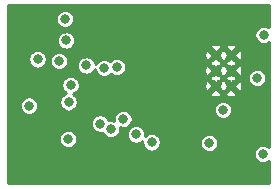
<source format=gbr>
G04 #@! TF.GenerationSoftware,KiCad,Pcbnew,(5.1.6)-1*
G04 #@! TF.CreationDate,2021-01-08T10:20:39+01:00*
G04 #@! TF.ProjectId,Lokdecoder_TI_altQuartz,4c6f6b64-6563-46f6-9465-725f54495f61,rev?*
G04 #@! TF.SameCoordinates,Original*
G04 #@! TF.FileFunction,Copper,L3,Inr*
G04 #@! TF.FilePolarity,Positive*
%FSLAX46Y46*%
G04 Gerber Fmt 4.6, Leading zero omitted, Abs format (unit mm)*
G04 Created by KiCad (PCBNEW (5.1.6)-1) date 2021-01-08 10:20:39*
%MOMM*%
%LPD*%
G01*
G04 APERTURE LIST*
G04 #@! TA.AperFunction,ViaPad*
%ADD10C,0.630000*%
G04 #@! TD*
G04 #@! TA.AperFunction,ViaPad*
%ADD11C,0.800000*%
G04 #@! TD*
G04 #@! TA.AperFunction,Conductor*
%ADD12C,0.254000*%
G04 #@! TD*
G04 APERTURE END LIST*
D10*
X65598000Y-108682000D03*
X65598000Y-109982000D03*
X66898000Y-109982000D03*
X66898000Y-108682000D03*
X65598000Y-111282000D03*
X66898000Y-111282000D03*
D11*
X50469800Y-107670600D03*
X49513159Y-118888841D03*
X50317400Y-111125000D03*
X53150002Y-109905800D03*
X54686200Y-113309400D03*
X57300342Y-118588764D03*
X60274200Y-104876600D03*
X55448200Y-110587798D03*
X53822600Y-105943400D03*
X49802215Y-112962039D03*
X56159400Y-109753400D03*
X57785000Y-114071400D03*
X65058982Y-116112982D03*
X57226200Y-109702600D03*
X54656439Y-109554148D03*
X69590002Y-117053400D03*
X56718200Y-114940999D03*
X66217800Y-113309400D03*
X53122668Y-115795033D03*
X60172600Y-116066000D03*
X58849998Y-115390998D03*
X55803800Y-114477800D03*
X52857400Y-105632458D03*
X52950315Y-107442000D03*
X52330064Y-109168798D03*
X50528902Y-109038591D03*
X53314600Y-111212800D03*
X53150002Y-112677843D03*
X69123000Y-110617000D03*
X69672200Y-106959400D03*
D12*
G36*
X70129801Y-106325858D02*
G01*
X70042142Y-106267287D01*
X69900009Y-106208413D01*
X69749122Y-106178400D01*
X69595278Y-106178400D01*
X69444391Y-106208413D01*
X69302258Y-106267287D01*
X69174341Y-106352758D01*
X69065558Y-106461541D01*
X68980087Y-106589458D01*
X68921213Y-106731591D01*
X68891200Y-106882478D01*
X68891200Y-107036322D01*
X68921213Y-107187209D01*
X68980087Y-107329342D01*
X69065558Y-107457259D01*
X69174341Y-107566042D01*
X69302258Y-107651513D01*
X69444391Y-107710387D01*
X69595278Y-107740400D01*
X69749122Y-107740400D01*
X69900009Y-107710387D01*
X70042142Y-107651513D01*
X70129801Y-107592942D01*
X70129800Y-116488697D01*
X70087861Y-116446758D01*
X69959944Y-116361287D01*
X69817811Y-116302413D01*
X69666924Y-116272400D01*
X69513080Y-116272400D01*
X69362193Y-116302413D01*
X69220060Y-116361287D01*
X69092143Y-116446758D01*
X68983360Y-116555541D01*
X68897889Y-116683458D01*
X68839015Y-116825591D01*
X68809002Y-116976478D01*
X68809002Y-117130322D01*
X68839015Y-117281209D01*
X68897889Y-117423342D01*
X68983360Y-117551259D01*
X69092143Y-117660042D01*
X69220060Y-117745513D01*
X69362193Y-117804387D01*
X69513080Y-117834400D01*
X69666924Y-117834400D01*
X69817811Y-117804387D01*
X69959944Y-117745513D01*
X70087861Y-117660042D01*
X70129800Y-117618103D01*
X70129800Y-119507400D01*
X48031000Y-119507400D01*
X48031000Y-115718111D01*
X52341668Y-115718111D01*
X52341668Y-115871955D01*
X52371681Y-116022842D01*
X52430555Y-116164975D01*
X52516026Y-116292892D01*
X52624809Y-116401675D01*
X52752726Y-116487146D01*
X52894859Y-116546020D01*
X53045746Y-116576033D01*
X53199590Y-116576033D01*
X53350477Y-116546020D01*
X53492610Y-116487146D01*
X53620527Y-116401675D01*
X53729310Y-116292892D01*
X53814781Y-116164975D01*
X53873655Y-116022842D01*
X53903668Y-115871955D01*
X53903668Y-115718111D01*
X53873655Y-115567224D01*
X53814781Y-115425091D01*
X53729310Y-115297174D01*
X53620527Y-115188391D01*
X53492610Y-115102920D01*
X53350477Y-115044046D01*
X53199590Y-115014033D01*
X53045746Y-115014033D01*
X52894859Y-115044046D01*
X52752726Y-115102920D01*
X52624809Y-115188391D01*
X52516026Y-115297174D01*
X52430555Y-115425091D01*
X52371681Y-115567224D01*
X52341668Y-115718111D01*
X48031000Y-115718111D01*
X48031000Y-114400878D01*
X55022800Y-114400878D01*
X55022800Y-114554722D01*
X55052813Y-114705609D01*
X55111687Y-114847742D01*
X55197158Y-114975659D01*
X55305941Y-115084442D01*
X55433858Y-115169913D01*
X55575991Y-115228787D01*
X55726878Y-115258800D01*
X55880722Y-115258800D01*
X55995068Y-115236055D01*
X56026087Y-115310941D01*
X56111558Y-115438858D01*
X56220341Y-115547641D01*
X56348258Y-115633112D01*
X56490391Y-115691986D01*
X56641278Y-115721999D01*
X56795122Y-115721999D01*
X56946009Y-115691986D01*
X57088142Y-115633112D01*
X57216059Y-115547641D01*
X57324842Y-115438858D01*
X57408218Y-115314076D01*
X58068998Y-115314076D01*
X58068998Y-115467920D01*
X58099011Y-115618807D01*
X58157885Y-115760940D01*
X58243356Y-115888857D01*
X58352139Y-115997640D01*
X58480056Y-116083111D01*
X58622189Y-116141985D01*
X58773076Y-116171998D01*
X58926920Y-116171998D01*
X59077807Y-116141985D01*
X59219940Y-116083111D01*
X59347857Y-115997640D01*
X59400335Y-115945162D01*
X59391600Y-115989078D01*
X59391600Y-116142922D01*
X59421613Y-116293809D01*
X59480487Y-116435942D01*
X59565958Y-116563859D01*
X59674741Y-116672642D01*
X59802658Y-116758113D01*
X59944791Y-116816987D01*
X60095678Y-116847000D01*
X60249522Y-116847000D01*
X60400409Y-116816987D01*
X60542542Y-116758113D01*
X60670459Y-116672642D01*
X60779242Y-116563859D01*
X60864713Y-116435942D01*
X60923587Y-116293809D01*
X60953600Y-116142922D01*
X60953600Y-116036060D01*
X64277982Y-116036060D01*
X64277982Y-116189904D01*
X64307995Y-116340791D01*
X64366869Y-116482924D01*
X64452340Y-116610841D01*
X64561123Y-116719624D01*
X64689040Y-116805095D01*
X64831173Y-116863969D01*
X64982060Y-116893982D01*
X65135904Y-116893982D01*
X65286791Y-116863969D01*
X65428924Y-116805095D01*
X65556841Y-116719624D01*
X65665624Y-116610841D01*
X65751095Y-116482924D01*
X65809969Y-116340791D01*
X65839982Y-116189904D01*
X65839982Y-116036060D01*
X65809969Y-115885173D01*
X65751095Y-115743040D01*
X65665624Y-115615123D01*
X65556841Y-115506340D01*
X65428924Y-115420869D01*
X65286791Y-115361995D01*
X65135904Y-115331982D01*
X64982060Y-115331982D01*
X64831173Y-115361995D01*
X64689040Y-115420869D01*
X64561123Y-115506340D01*
X64452340Y-115615123D01*
X64366869Y-115743040D01*
X64307995Y-115885173D01*
X64277982Y-116036060D01*
X60953600Y-116036060D01*
X60953600Y-115989078D01*
X60923587Y-115838191D01*
X60864713Y-115696058D01*
X60779242Y-115568141D01*
X60670459Y-115459358D01*
X60542542Y-115373887D01*
X60400409Y-115315013D01*
X60249522Y-115285000D01*
X60095678Y-115285000D01*
X59944791Y-115315013D01*
X59802658Y-115373887D01*
X59674741Y-115459358D01*
X59622263Y-115511836D01*
X59630998Y-115467920D01*
X59630998Y-115314076D01*
X59600985Y-115163189D01*
X59542111Y-115021056D01*
X59456640Y-114893139D01*
X59347857Y-114784356D01*
X59219940Y-114698885D01*
X59077807Y-114640011D01*
X58926920Y-114609998D01*
X58773076Y-114609998D01*
X58622189Y-114640011D01*
X58480056Y-114698885D01*
X58352139Y-114784356D01*
X58243356Y-114893139D01*
X58157885Y-115021056D01*
X58099011Y-115163189D01*
X58068998Y-115314076D01*
X57408218Y-115314076D01*
X57410313Y-115310941D01*
X57469187Y-115168808D01*
X57499200Y-115017921D01*
X57499200Y-114864077D01*
X57484956Y-114792466D01*
X57557191Y-114822387D01*
X57708078Y-114852400D01*
X57861922Y-114852400D01*
X58012809Y-114822387D01*
X58154942Y-114763513D01*
X58282859Y-114678042D01*
X58391642Y-114569259D01*
X58477113Y-114441342D01*
X58535987Y-114299209D01*
X58566000Y-114148322D01*
X58566000Y-113994478D01*
X58535987Y-113843591D01*
X58477113Y-113701458D01*
X58391642Y-113573541D01*
X58282859Y-113464758D01*
X58154942Y-113379287D01*
X58012809Y-113320413D01*
X57861922Y-113290400D01*
X57708078Y-113290400D01*
X57557191Y-113320413D01*
X57415058Y-113379287D01*
X57287141Y-113464758D01*
X57178358Y-113573541D01*
X57092887Y-113701458D01*
X57034013Y-113843591D01*
X57004000Y-113994478D01*
X57004000Y-114148322D01*
X57018244Y-114219933D01*
X56946009Y-114190012D01*
X56795122Y-114159999D01*
X56641278Y-114159999D01*
X56526932Y-114182744D01*
X56495913Y-114107858D01*
X56410442Y-113979941D01*
X56301659Y-113871158D01*
X56173742Y-113785687D01*
X56031609Y-113726813D01*
X55880722Y-113696800D01*
X55726878Y-113696800D01*
X55575991Y-113726813D01*
X55433858Y-113785687D01*
X55305941Y-113871158D01*
X55197158Y-113979941D01*
X55111687Y-114107858D01*
X55052813Y-114249991D01*
X55022800Y-114400878D01*
X48031000Y-114400878D01*
X48031000Y-112885117D01*
X49021215Y-112885117D01*
X49021215Y-113038961D01*
X49051228Y-113189848D01*
X49110102Y-113331981D01*
X49195573Y-113459898D01*
X49304356Y-113568681D01*
X49432273Y-113654152D01*
X49574406Y-113713026D01*
X49725293Y-113743039D01*
X49879137Y-113743039D01*
X50030024Y-113713026D01*
X50172157Y-113654152D01*
X50300074Y-113568681D01*
X50408857Y-113459898D01*
X50494328Y-113331981D01*
X50553202Y-113189848D01*
X50583215Y-113038961D01*
X50583215Y-112885117D01*
X50553202Y-112734230D01*
X50497984Y-112600921D01*
X52369002Y-112600921D01*
X52369002Y-112754765D01*
X52399015Y-112905652D01*
X52457889Y-113047785D01*
X52543360Y-113175702D01*
X52652143Y-113284485D01*
X52780060Y-113369956D01*
X52922193Y-113428830D01*
X53073080Y-113458843D01*
X53226924Y-113458843D01*
X53377811Y-113428830D01*
X53519944Y-113369956D01*
X53647861Y-113284485D01*
X53699868Y-113232478D01*
X65436800Y-113232478D01*
X65436800Y-113386322D01*
X65466813Y-113537209D01*
X65525687Y-113679342D01*
X65611158Y-113807259D01*
X65719941Y-113916042D01*
X65847858Y-114001513D01*
X65989991Y-114060387D01*
X66140878Y-114090400D01*
X66294722Y-114090400D01*
X66445609Y-114060387D01*
X66587742Y-114001513D01*
X66715659Y-113916042D01*
X66824442Y-113807259D01*
X66909913Y-113679342D01*
X66968787Y-113537209D01*
X66998800Y-113386322D01*
X66998800Y-113232478D01*
X66968787Y-113081591D01*
X66909913Y-112939458D01*
X66824442Y-112811541D01*
X66715659Y-112702758D01*
X66587742Y-112617287D01*
X66445609Y-112558413D01*
X66294722Y-112528400D01*
X66140878Y-112528400D01*
X65989991Y-112558413D01*
X65847858Y-112617287D01*
X65719941Y-112702758D01*
X65611158Y-112811541D01*
X65525687Y-112939458D01*
X65466813Y-113081591D01*
X65436800Y-113232478D01*
X53699868Y-113232478D01*
X53756644Y-113175702D01*
X53842115Y-113047785D01*
X53900989Y-112905652D01*
X53931002Y-112754765D01*
X53931002Y-112600921D01*
X53900989Y-112450034D01*
X53842115Y-112307901D01*
X53756644Y-112179984D01*
X53647861Y-112071201D01*
X53519944Y-111985730D01*
X53491443Y-111973925D01*
X53542409Y-111963787D01*
X53630398Y-111927340D01*
X65132266Y-111927340D01*
X65144635Y-112122069D01*
X65317235Y-112194375D01*
X65500626Y-112231619D01*
X65687758Y-112232369D01*
X65871441Y-112196597D01*
X66044616Y-112125678D01*
X66051365Y-112122069D01*
X66063734Y-111927340D01*
X66432266Y-111927340D01*
X66444635Y-112122069D01*
X66617235Y-112194375D01*
X66800626Y-112231619D01*
X66987758Y-112232369D01*
X67171441Y-112196597D01*
X67344616Y-112125678D01*
X67351365Y-112122069D01*
X67363734Y-111927340D01*
X66898000Y-111461605D01*
X66432266Y-111927340D01*
X66063734Y-111927340D01*
X65598000Y-111461605D01*
X65132266Y-111927340D01*
X53630398Y-111927340D01*
X53684542Y-111904913D01*
X53812459Y-111819442D01*
X53921242Y-111710659D01*
X54006713Y-111582742D01*
X54065587Y-111440609D01*
X54079282Y-111371758D01*
X64647631Y-111371758D01*
X64683403Y-111555441D01*
X64754322Y-111728616D01*
X64757931Y-111735365D01*
X64952660Y-111747734D01*
X65418395Y-111282000D01*
X65777605Y-111282000D01*
X65967044Y-111471438D01*
X65983403Y-111555441D01*
X66054322Y-111728616D01*
X66057931Y-111735365D01*
X66242708Y-111747102D01*
X66243340Y-111747734D01*
X66248000Y-111747438D01*
X66252660Y-111747734D01*
X66253292Y-111747102D01*
X66438069Y-111735365D01*
X66510375Y-111562765D01*
X66528913Y-111471481D01*
X66718395Y-111282000D01*
X67077605Y-111282000D01*
X67543340Y-111747734D01*
X67738069Y-111735365D01*
X67810375Y-111562765D01*
X67847619Y-111379374D01*
X67848369Y-111192242D01*
X67812597Y-111008559D01*
X67741678Y-110835384D01*
X67738069Y-110828635D01*
X67543340Y-110816266D01*
X67077605Y-111282000D01*
X66718395Y-111282000D01*
X66528956Y-111092562D01*
X66512597Y-111008559D01*
X66441678Y-110835384D01*
X66438069Y-110828635D01*
X66253292Y-110816898D01*
X66252660Y-110816266D01*
X66248000Y-110816562D01*
X66243340Y-110816266D01*
X66242708Y-110816898D01*
X66057931Y-110828635D01*
X65985625Y-111001235D01*
X65967087Y-111092519D01*
X65777605Y-111282000D01*
X65418395Y-111282000D01*
X64952660Y-110816266D01*
X64757931Y-110828635D01*
X64685625Y-111001235D01*
X64648381Y-111184626D01*
X64647631Y-111371758D01*
X54079282Y-111371758D01*
X54095600Y-111289722D01*
X54095600Y-111135878D01*
X54065587Y-110984991D01*
X54006713Y-110842858D01*
X53921242Y-110714941D01*
X53833641Y-110627340D01*
X65132266Y-110627340D01*
X65132562Y-110632000D01*
X65132266Y-110636660D01*
X65132898Y-110637292D01*
X65144635Y-110822069D01*
X65317235Y-110894375D01*
X65408519Y-110912913D01*
X65598000Y-111102395D01*
X65787438Y-110912956D01*
X65871441Y-110896597D01*
X66044616Y-110825678D01*
X66051365Y-110822069D01*
X66063102Y-110637292D01*
X66063734Y-110636660D01*
X66063438Y-110632000D01*
X66063734Y-110627340D01*
X66432266Y-110627340D01*
X66432562Y-110632000D01*
X66432266Y-110636660D01*
X66432898Y-110637292D01*
X66444635Y-110822069D01*
X66617235Y-110894375D01*
X66708519Y-110912913D01*
X66898000Y-111102395D01*
X67087438Y-110912956D01*
X67171441Y-110896597D01*
X67344616Y-110825678D01*
X67351365Y-110822069D01*
X67363102Y-110637292D01*
X67363734Y-110636660D01*
X67363438Y-110632000D01*
X67363734Y-110627340D01*
X67363102Y-110626708D01*
X67357600Y-110540078D01*
X68342000Y-110540078D01*
X68342000Y-110693922D01*
X68372013Y-110844809D01*
X68430887Y-110986942D01*
X68516358Y-111114859D01*
X68625141Y-111223642D01*
X68753058Y-111309113D01*
X68895191Y-111367987D01*
X69046078Y-111398000D01*
X69199922Y-111398000D01*
X69350809Y-111367987D01*
X69492942Y-111309113D01*
X69620859Y-111223642D01*
X69729642Y-111114859D01*
X69815113Y-110986942D01*
X69873987Y-110844809D01*
X69904000Y-110693922D01*
X69904000Y-110540078D01*
X69873987Y-110389191D01*
X69815113Y-110247058D01*
X69729642Y-110119141D01*
X69620859Y-110010358D01*
X69492942Y-109924887D01*
X69350809Y-109866013D01*
X69199922Y-109836000D01*
X69046078Y-109836000D01*
X68895191Y-109866013D01*
X68753058Y-109924887D01*
X68625141Y-110010358D01*
X68516358Y-110119141D01*
X68430887Y-110247058D01*
X68372013Y-110389191D01*
X68342000Y-110540078D01*
X67357600Y-110540078D01*
X67351365Y-110441931D01*
X67178765Y-110369625D01*
X67087481Y-110351087D01*
X66898000Y-110161605D01*
X66708562Y-110351044D01*
X66624559Y-110367403D01*
X66451384Y-110438322D01*
X66444635Y-110441931D01*
X66432898Y-110626708D01*
X66432266Y-110627340D01*
X66063734Y-110627340D01*
X66063102Y-110626708D01*
X66051365Y-110441931D01*
X65878765Y-110369625D01*
X65787481Y-110351087D01*
X65598000Y-110161605D01*
X65408562Y-110351044D01*
X65324559Y-110367403D01*
X65151384Y-110438322D01*
X65144635Y-110441931D01*
X65132898Y-110626708D01*
X65132266Y-110627340D01*
X53833641Y-110627340D01*
X53812459Y-110606158D01*
X53684542Y-110520687D01*
X53542409Y-110461813D01*
X53391522Y-110431800D01*
X53237678Y-110431800D01*
X53086791Y-110461813D01*
X52944658Y-110520687D01*
X52816741Y-110606158D01*
X52707958Y-110714941D01*
X52622487Y-110842858D01*
X52563613Y-110984991D01*
X52533600Y-111135878D01*
X52533600Y-111289722D01*
X52563613Y-111440609D01*
X52622487Y-111582742D01*
X52707958Y-111710659D01*
X52816741Y-111819442D01*
X52944658Y-111904913D01*
X52973159Y-111916718D01*
X52922193Y-111926856D01*
X52780060Y-111985730D01*
X52652143Y-112071201D01*
X52543360Y-112179984D01*
X52457889Y-112307901D01*
X52399015Y-112450034D01*
X52369002Y-112600921D01*
X50497984Y-112600921D01*
X50494328Y-112592097D01*
X50408857Y-112464180D01*
X50300074Y-112355397D01*
X50172157Y-112269926D01*
X50030024Y-112211052D01*
X49879137Y-112181039D01*
X49725293Y-112181039D01*
X49574406Y-112211052D01*
X49432273Y-112269926D01*
X49304356Y-112355397D01*
X49195573Y-112464180D01*
X49110102Y-112592097D01*
X49051228Y-112734230D01*
X49021215Y-112885117D01*
X48031000Y-112885117D01*
X48031000Y-108961669D01*
X49747902Y-108961669D01*
X49747902Y-109115513D01*
X49777915Y-109266400D01*
X49836789Y-109408533D01*
X49922260Y-109536450D01*
X50031043Y-109645233D01*
X50158960Y-109730704D01*
X50301093Y-109789578D01*
X50451980Y-109819591D01*
X50605824Y-109819591D01*
X50756711Y-109789578D01*
X50898844Y-109730704D01*
X51026761Y-109645233D01*
X51135544Y-109536450D01*
X51221015Y-109408533D01*
X51279889Y-109266400D01*
X51309902Y-109115513D01*
X51309902Y-109091876D01*
X51549064Y-109091876D01*
X51549064Y-109245720D01*
X51579077Y-109396607D01*
X51637951Y-109538740D01*
X51723422Y-109666657D01*
X51832205Y-109775440D01*
X51960122Y-109860911D01*
X52102255Y-109919785D01*
X52253142Y-109949798D01*
X52406986Y-109949798D01*
X52557873Y-109919785D01*
X52700006Y-109860911D01*
X52827923Y-109775440D01*
X52936706Y-109666657D01*
X53022177Y-109538740D01*
X53047657Y-109477226D01*
X53875439Y-109477226D01*
X53875439Y-109631070D01*
X53905452Y-109781957D01*
X53964326Y-109924090D01*
X54049797Y-110052007D01*
X54158580Y-110160790D01*
X54286497Y-110246261D01*
X54428630Y-110305135D01*
X54579517Y-110335148D01*
X54733361Y-110335148D01*
X54884248Y-110305135D01*
X55026381Y-110246261D01*
X55154298Y-110160790D01*
X55263081Y-110052007D01*
X55348552Y-109924090D01*
X55381317Y-109844988D01*
X55408413Y-109981209D01*
X55467287Y-110123342D01*
X55552758Y-110251259D01*
X55661541Y-110360042D01*
X55789458Y-110445513D01*
X55931591Y-110504387D01*
X56082478Y-110534400D01*
X56236322Y-110534400D01*
X56387209Y-110504387D01*
X56529342Y-110445513D01*
X56657259Y-110360042D01*
X56718200Y-110299101D01*
X56728341Y-110309242D01*
X56856258Y-110394713D01*
X56998391Y-110453587D01*
X57149278Y-110483600D01*
X57303122Y-110483600D01*
X57454009Y-110453587D01*
X57596142Y-110394713D01*
X57724059Y-110309242D01*
X57832842Y-110200459D01*
X57918313Y-110072542D01*
X57918637Y-110071758D01*
X64647631Y-110071758D01*
X64683403Y-110255441D01*
X64754322Y-110428616D01*
X64757931Y-110435365D01*
X64952660Y-110447734D01*
X65418395Y-109982000D01*
X65777605Y-109982000D01*
X65967044Y-110171438D01*
X65983403Y-110255441D01*
X66054322Y-110428616D01*
X66057931Y-110435365D01*
X66242708Y-110447102D01*
X66243340Y-110447734D01*
X66248000Y-110447438D01*
X66252660Y-110447734D01*
X66253292Y-110447102D01*
X66438069Y-110435365D01*
X66510375Y-110262765D01*
X66528913Y-110171481D01*
X66718395Y-109982000D01*
X67077605Y-109982000D01*
X67543340Y-110447734D01*
X67738069Y-110435365D01*
X67810375Y-110262765D01*
X67847619Y-110079374D01*
X67848369Y-109892242D01*
X67812597Y-109708559D01*
X67741678Y-109535384D01*
X67738069Y-109528635D01*
X67543340Y-109516266D01*
X67077605Y-109982000D01*
X66718395Y-109982000D01*
X66528956Y-109792562D01*
X66512597Y-109708559D01*
X66441678Y-109535384D01*
X66438069Y-109528635D01*
X66253292Y-109516898D01*
X66252660Y-109516266D01*
X66248000Y-109516562D01*
X66243340Y-109516266D01*
X66242708Y-109516898D01*
X66057931Y-109528635D01*
X65985625Y-109701235D01*
X65967087Y-109792519D01*
X65777605Y-109982000D01*
X65418395Y-109982000D01*
X64952660Y-109516266D01*
X64757931Y-109528635D01*
X64685625Y-109701235D01*
X64648381Y-109884626D01*
X64647631Y-110071758D01*
X57918637Y-110071758D01*
X57977187Y-109930409D01*
X58007200Y-109779522D01*
X58007200Y-109625678D01*
X57977187Y-109474791D01*
X57918313Y-109332658D01*
X57914760Y-109327340D01*
X65132266Y-109327340D01*
X65132562Y-109332000D01*
X65132266Y-109336660D01*
X65132898Y-109337292D01*
X65144635Y-109522069D01*
X65317235Y-109594375D01*
X65408519Y-109612913D01*
X65598000Y-109802395D01*
X65787438Y-109612956D01*
X65871441Y-109596597D01*
X66044616Y-109525678D01*
X66051365Y-109522069D01*
X66063102Y-109337292D01*
X66063734Y-109336660D01*
X66063438Y-109332000D01*
X66063734Y-109327340D01*
X66432266Y-109327340D01*
X66432562Y-109332000D01*
X66432266Y-109336660D01*
X66432898Y-109337292D01*
X66444635Y-109522069D01*
X66617235Y-109594375D01*
X66708519Y-109612913D01*
X66898000Y-109802395D01*
X67087438Y-109612956D01*
X67171441Y-109596597D01*
X67344616Y-109525678D01*
X67351365Y-109522069D01*
X67363102Y-109337292D01*
X67363734Y-109336660D01*
X67363438Y-109332000D01*
X67363734Y-109327340D01*
X67363102Y-109326708D01*
X67351365Y-109141931D01*
X67178765Y-109069625D01*
X67087481Y-109051087D01*
X66898000Y-108861605D01*
X66708562Y-109051044D01*
X66624559Y-109067403D01*
X66451384Y-109138322D01*
X66444635Y-109141931D01*
X66432898Y-109326708D01*
X66432266Y-109327340D01*
X66063734Y-109327340D01*
X66063102Y-109326708D01*
X66051365Y-109141931D01*
X65878765Y-109069625D01*
X65787481Y-109051087D01*
X65598000Y-108861605D01*
X65408562Y-109051044D01*
X65324559Y-109067403D01*
X65151384Y-109138322D01*
X65144635Y-109141931D01*
X65132898Y-109326708D01*
X65132266Y-109327340D01*
X57914760Y-109327340D01*
X57832842Y-109204741D01*
X57724059Y-109095958D01*
X57596142Y-109010487D01*
X57454009Y-108951613D01*
X57303122Y-108921600D01*
X57149278Y-108921600D01*
X56998391Y-108951613D01*
X56856258Y-109010487D01*
X56728341Y-109095958D01*
X56667400Y-109156899D01*
X56657259Y-109146758D01*
X56529342Y-109061287D01*
X56387209Y-109002413D01*
X56236322Y-108972400D01*
X56082478Y-108972400D01*
X55931591Y-109002413D01*
X55789458Y-109061287D01*
X55661541Y-109146758D01*
X55552758Y-109255541D01*
X55467287Y-109383458D01*
X55434522Y-109462560D01*
X55407426Y-109326339D01*
X55348552Y-109184206D01*
X55263081Y-109056289D01*
X55154298Y-108947506D01*
X55026381Y-108862035D01*
X54884248Y-108803161D01*
X54733361Y-108773148D01*
X54579517Y-108773148D01*
X54428630Y-108803161D01*
X54286497Y-108862035D01*
X54158580Y-108947506D01*
X54049797Y-109056289D01*
X53964326Y-109184206D01*
X53905452Y-109326339D01*
X53875439Y-109477226D01*
X53047657Y-109477226D01*
X53081051Y-109396607D01*
X53111064Y-109245720D01*
X53111064Y-109091876D01*
X53081051Y-108940989D01*
X53022177Y-108798856D01*
X53004071Y-108771758D01*
X64647631Y-108771758D01*
X64683403Y-108955441D01*
X64754322Y-109128616D01*
X64757931Y-109135365D01*
X64952660Y-109147734D01*
X65418395Y-108682000D01*
X65777605Y-108682000D01*
X65967044Y-108871438D01*
X65983403Y-108955441D01*
X66054322Y-109128616D01*
X66057931Y-109135365D01*
X66242708Y-109147102D01*
X66243340Y-109147734D01*
X66248000Y-109147438D01*
X66252660Y-109147734D01*
X66253292Y-109147102D01*
X66438069Y-109135365D01*
X66510375Y-108962765D01*
X66528913Y-108871481D01*
X66718395Y-108682000D01*
X67077605Y-108682000D01*
X67543340Y-109147734D01*
X67738069Y-109135365D01*
X67810375Y-108962765D01*
X67847619Y-108779374D01*
X67848369Y-108592242D01*
X67812597Y-108408559D01*
X67741678Y-108235384D01*
X67738069Y-108228635D01*
X67543340Y-108216266D01*
X67077605Y-108682000D01*
X66718395Y-108682000D01*
X66528956Y-108492562D01*
X66512597Y-108408559D01*
X66441678Y-108235384D01*
X66438069Y-108228635D01*
X66253292Y-108216898D01*
X66252660Y-108216266D01*
X66248000Y-108216562D01*
X66243340Y-108216266D01*
X66242708Y-108216898D01*
X66057931Y-108228635D01*
X65985625Y-108401235D01*
X65967087Y-108492519D01*
X65777605Y-108682000D01*
X65418395Y-108682000D01*
X64952660Y-108216266D01*
X64757931Y-108228635D01*
X64685625Y-108401235D01*
X64648381Y-108584626D01*
X64647631Y-108771758D01*
X53004071Y-108771758D01*
X52936706Y-108670939D01*
X52827923Y-108562156D01*
X52700006Y-108476685D01*
X52557873Y-108417811D01*
X52406986Y-108387798D01*
X52253142Y-108387798D01*
X52102255Y-108417811D01*
X51960122Y-108476685D01*
X51832205Y-108562156D01*
X51723422Y-108670939D01*
X51637951Y-108798856D01*
X51579077Y-108940989D01*
X51549064Y-109091876D01*
X51309902Y-109091876D01*
X51309902Y-108961669D01*
X51279889Y-108810782D01*
X51221015Y-108668649D01*
X51135544Y-108540732D01*
X51026761Y-108431949D01*
X50898844Y-108346478D01*
X50756711Y-108287604D01*
X50605824Y-108257591D01*
X50451980Y-108257591D01*
X50301093Y-108287604D01*
X50158960Y-108346478D01*
X50031043Y-108431949D01*
X49922260Y-108540732D01*
X49836789Y-108668649D01*
X49777915Y-108810782D01*
X49747902Y-108961669D01*
X48031000Y-108961669D01*
X48031000Y-107365078D01*
X52169315Y-107365078D01*
X52169315Y-107518922D01*
X52199328Y-107669809D01*
X52258202Y-107811942D01*
X52343673Y-107939859D01*
X52452456Y-108048642D01*
X52580373Y-108134113D01*
X52722506Y-108192987D01*
X52873393Y-108223000D01*
X53027237Y-108223000D01*
X53178124Y-108192987D01*
X53320257Y-108134113D01*
X53448174Y-108048642D01*
X53460156Y-108036660D01*
X65132266Y-108036660D01*
X65598000Y-108502395D01*
X66063734Y-108036660D01*
X66432266Y-108036660D01*
X66898000Y-108502395D01*
X67363734Y-108036660D01*
X67351365Y-107841931D01*
X67178765Y-107769625D01*
X66995374Y-107732381D01*
X66808242Y-107731631D01*
X66624559Y-107767403D01*
X66451384Y-107838322D01*
X66444635Y-107841931D01*
X66432266Y-108036660D01*
X66063734Y-108036660D01*
X66051365Y-107841931D01*
X65878765Y-107769625D01*
X65695374Y-107732381D01*
X65508242Y-107731631D01*
X65324559Y-107767403D01*
X65151384Y-107838322D01*
X65144635Y-107841931D01*
X65132266Y-108036660D01*
X53460156Y-108036660D01*
X53556957Y-107939859D01*
X53642428Y-107811942D01*
X53701302Y-107669809D01*
X53731315Y-107518922D01*
X53731315Y-107365078D01*
X53701302Y-107214191D01*
X53642428Y-107072058D01*
X53556957Y-106944141D01*
X53448174Y-106835358D01*
X53320257Y-106749887D01*
X53178124Y-106691013D01*
X53027237Y-106661000D01*
X52873393Y-106661000D01*
X52722506Y-106691013D01*
X52580373Y-106749887D01*
X52452456Y-106835358D01*
X52343673Y-106944141D01*
X52258202Y-107072058D01*
X52199328Y-107214191D01*
X52169315Y-107365078D01*
X48031000Y-107365078D01*
X48031000Y-105555536D01*
X52076400Y-105555536D01*
X52076400Y-105709380D01*
X52106413Y-105860267D01*
X52165287Y-106002400D01*
X52250758Y-106130317D01*
X52359541Y-106239100D01*
X52487458Y-106324571D01*
X52629591Y-106383445D01*
X52780478Y-106413458D01*
X52934322Y-106413458D01*
X53085209Y-106383445D01*
X53227342Y-106324571D01*
X53355259Y-106239100D01*
X53464042Y-106130317D01*
X53549513Y-106002400D01*
X53608387Y-105860267D01*
X53638400Y-105709380D01*
X53638400Y-105555536D01*
X53608387Y-105404649D01*
X53549513Y-105262516D01*
X53464042Y-105134599D01*
X53355259Y-105025816D01*
X53227342Y-104940345D01*
X53085209Y-104881471D01*
X52934322Y-104851458D01*
X52780478Y-104851458D01*
X52629591Y-104881471D01*
X52487458Y-104940345D01*
X52359541Y-105025816D01*
X52250758Y-105134599D01*
X52165287Y-105262516D01*
X52106413Y-105404649D01*
X52076400Y-105555536D01*
X48031000Y-105555536D01*
X48031000Y-104469800D01*
X70129801Y-104469800D01*
X70129801Y-106325858D01*
G37*
X70129801Y-106325858D02*
X70042142Y-106267287D01*
X69900009Y-106208413D01*
X69749122Y-106178400D01*
X69595278Y-106178400D01*
X69444391Y-106208413D01*
X69302258Y-106267287D01*
X69174341Y-106352758D01*
X69065558Y-106461541D01*
X68980087Y-106589458D01*
X68921213Y-106731591D01*
X68891200Y-106882478D01*
X68891200Y-107036322D01*
X68921213Y-107187209D01*
X68980087Y-107329342D01*
X69065558Y-107457259D01*
X69174341Y-107566042D01*
X69302258Y-107651513D01*
X69444391Y-107710387D01*
X69595278Y-107740400D01*
X69749122Y-107740400D01*
X69900009Y-107710387D01*
X70042142Y-107651513D01*
X70129801Y-107592942D01*
X70129800Y-116488697D01*
X70087861Y-116446758D01*
X69959944Y-116361287D01*
X69817811Y-116302413D01*
X69666924Y-116272400D01*
X69513080Y-116272400D01*
X69362193Y-116302413D01*
X69220060Y-116361287D01*
X69092143Y-116446758D01*
X68983360Y-116555541D01*
X68897889Y-116683458D01*
X68839015Y-116825591D01*
X68809002Y-116976478D01*
X68809002Y-117130322D01*
X68839015Y-117281209D01*
X68897889Y-117423342D01*
X68983360Y-117551259D01*
X69092143Y-117660042D01*
X69220060Y-117745513D01*
X69362193Y-117804387D01*
X69513080Y-117834400D01*
X69666924Y-117834400D01*
X69817811Y-117804387D01*
X69959944Y-117745513D01*
X70087861Y-117660042D01*
X70129800Y-117618103D01*
X70129800Y-119507400D01*
X48031000Y-119507400D01*
X48031000Y-115718111D01*
X52341668Y-115718111D01*
X52341668Y-115871955D01*
X52371681Y-116022842D01*
X52430555Y-116164975D01*
X52516026Y-116292892D01*
X52624809Y-116401675D01*
X52752726Y-116487146D01*
X52894859Y-116546020D01*
X53045746Y-116576033D01*
X53199590Y-116576033D01*
X53350477Y-116546020D01*
X53492610Y-116487146D01*
X53620527Y-116401675D01*
X53729310Y-116292892D01*
X53814781Y-116164975D01*
X53873655Y-116022842D01*
X53903668Y-115871955D01*
X53903668Y-115718111D01*
X53873655Y-115567224D01*
X53814781Y-115425091D01*
X53729310Y-115297174D01*
X53620527Y-115188391D01*
X53492610Y-115102920D01*
X53350477Y-115044046D01*
X53199590Y-115014033D01*
X53045746Y-115014033D01*
X52894859Y-115044046D01*
X52752726Y-115102920D01*
X52624809Y-115188391D01*
X52516026Y-115297174D01*
X52430555Y-115425091D01*
X52371681Y-115567224D01*
X52341668Y-115718111D01*
X48031000Y-115718111D01*
X48031000Y-114400878D01*
X55022800Y-114400878D01*
X55022800Y-114554722D01*
X55052813Y-114705609D01*
X55111687Y-114847742D01*
X55197158Y-114975659D01*
X55305941Y-115084442D01*
X55433858Y-115169913D01*
X55575991Y-115228787D01*
X55726878Y-115258800D01*
X55880722Y-115258800D01*
X55995068Y-115236055D01*
X56026087Y-115310941D01*
X56111558Y-115438858D01*
X56220341Y-115547641D01*
X56348258Y-115633112D01*
X56490391Y-115691986D01*
X56641278Y-115721999D01*
X56795122Y-115721999D01*
X56946009Y-115691986D01*
X57088142Y-115633112D01*
X57216059Y-115547641D01*
X57324842Y-115438858D01*
X57408218Y-115314076D01*
X58068998Y-115314076D01*
X58068998Y-115467920D01*
X58099011Y-115618807D01*
X58157885Y-115760940D01*
X58243356Y-115888857D01*
X58352139Y-115997640D01*
X58480056Y-116083111D01*
X58622189Y-116141985D01*
X58773076Y-116171998D01*
X58926920Y-116171998D01*
X59077807Y-116141985D01*
X59219940Y-116083111D01*
X59347857Y-115997640D01*
X59400335Y-115945162D01*
X59391600Y-115989078D01*
X59391600Y-116142922D01*
X59421613Y-116293809D01*
X59480487Y-116435942D01*
X59565958Y-116563859D01*
X59674741Y-116672642D01*
X59802658Y-116758113D01*
X59944791Y-116816987D01*
X60095678Y-116847000D01*
X60249522Y-116847000D01*
X60400409Y-116816987D01*
X60542542Y-116758113D01*
X60670459Y-116672642D01*
X60779242Y-116563859D01*
X60864713Y-116435942D01*
X60923587Y-116293809D01*
X60953600Y-116142922D01*
X60953600Y-116036060D01*
X64277982Y-116036060D01*
X64277982Y-116189904D01*
X64307995Y-116340791D01*
X64366869Y-116482924D01*
X64452340Y-116610841D01*
X64561123Y-116719624D01*
X64689040Y-116805095D01*
X64831173Y-116863969D01*
X64982060Y-116893982D01*
X65135904Y-116893982D01*
X65286791Y-116863969D01*
X65428924Y-116805095D01*
X65556841Y-116719624D01*
X65665624Y-116610841D01*
X65751095Y-116482924D01*
X65809969Y-116340791D01*
X65839982Y-116189904D01*
X65839982Y-116036060D01*
X65809969Y-115885173D01*
X65751095Y-115743040D01*
X65665624Y-115615123D01*
X65556841Y-115506340D01*
X65428924Y-115420869D01*
X65286791Y-115361995D01*
X65135904Y-115331982D01*
X64982060Y-115331982D01*
X64831173Y-115361995D01*
X64689040Y-115420869D01*
X64561123Y-115506340D01*
X64452340Y-115615123D01*
X64366869Y-115743040D01*
X64307995Y-115885173D01*
X64277982Y-116036060D01*
X60953600Y-116036060D01*
X60953600Y-115989078D01*
X60923587Y-115838191D01*
X60864713Y-115696058D01*
X60779242Y-115568141D01*
X60670459Y-115459358D01*
X60542542Y-115373887D01*
X60400409Y-115315013D01*
X60249522Y-115285000D01*
X60095678Y-115285000D01*
X59944791Y-115315013D01*
X59802658Y-115373887D01*
X59674741Y-115459358D01*
X59622263Y-115511836D01*
X59630998Y-115467920D01*
X59630998Y-115314076D01*
X59600985Y-115163189D01*
X59542111Y-115021056D01*
X59456640Y-114893139D01*
X59347857Y-114784356D01*
X59219940Y-114698885D01*
X59077807Y-114640011D01*
X58926920Y-114609998D01*
X58773076Y-114609998D01*
X58622189Y-114640011D01*
X58480056Y-114698885D01*
X58352139Y-114784356D01*
X58243356Y-114893139D01*
X58157885Y-115021056D01*
X58099011Y-115163189D01*
X58068998Y-115314076D01*
X57408218Y-115314076D01*
X57410313Y-115310941D01*
X57469187Y-115168808D01*
X57499200Y-115017921D01*
X57499200Y-114864077D01*
X57484956Y-114792466D01*
X57557191Y-114822387D01*
X57708078Y-114852400D01*
X57861922Y-114852400D01*
X58012809Y-114822387D01*
X58154942Y-114763513D01*
X58282859Y-114678042D01*
X58391642Y-114569259D01*
X58477113Y-114441342D01*
X58535987Y-114299209D01*
X58566000Y-114148322D01*
X58566000Y-113994478D01*
X58535987Y-113843591D01*
X58477113Y-113701458D01*
X58391642Y-113573541D01*
X58282859Y-113464758D01*
X58154942Y-113379287D01*
X58012809Y-113320413D01*
X57861922Y-113290400D01*
X57708078Y-113290400D01*
X57557191Y-113320413D01*
X57415058Y-113379287D01*
X57287141Y-113464758D01*
X57178358Y-113573541D01*
X57092887Y-113701458D01*
X57034013Y-113843591D01*
X57004000Y-113994478D01*
X57004000Y-114148322D01*
X57018244Y-114219933D01*
X56946009Y-114190012D01*
X56795122Y-114159999D01*
X56641278Y-114159999D01*
X56526932Y-114182744D01*
X56495913Y-114107858D01*
X56410442Y-113979941D01*
X56301659Y-113871158D01*
X56173742Y-113785687D01*
X56031609Y-113726813D01*
X55880722Y-113696800D01*
X55726878Y-113696800D01*
X55575991Y-113726813D01*
X55433858Y-113785687D01*
X55305941Y-113871158D01*
X55197158Y-113979941D01*
X55111687Y-114107858D01*
X55052813Y-114249991D01*
X55022800Y-114400878D01*
X48031000Y-114400878D01*
X48031000Y-112885117D01*
X49021215Y-112885117D01*
X49021215Y-113038961D01*
X49051228Y-113189848D01*
X49110102Y-113331981D01*
X49195573Y-113459898D01*
X49304356Y-113568681D01*
X49432273Y-113654152D01*
X49574406Y-113713026D01*
X49725293Y-113743039D01*
X49879137Y-113743039D01*
X50030024Y-113713026D01*
X50172157Y-113654152D01*
X50300074Y-113568681D01*
X50408857Y-113459898D01*
X50494328Y-113331981D01*
X50553202Y-113189848D01*
X50583215Y-113038961D01*
X50583215Y-112885117D01*
X50553202Y-112734230D01*
X50497984Y-112600921D01*
X52369002Y-112600921D01*
X52369002Y-112754765D01*
X52399015Y-112905652D01*
X52457889Y-113047785D01*
X52543360Y-113175702D01*
X52652143Y-113284485D01*
X52780060Y-113369956D01*
X52922193Y-113428830D01*
X53073080Y-113458843D01*
X53226924Y-113458843D01*
X53377811Y-113428830D01*
X53519944Y-113369956D01*
X53647861Y-113284485D01*
X53699868Y-113232478D01*
X65436800Y-113232478D01*
X65436800Y-113386322D01*
X65466813Y-113537209D01*
X65525687Y-113679342D01*
X65611158Y-113807259D01*
X65719941Y-113916042D01*
X65847858Y-114001513D01*
X65989991Y-114060387D01*
X66140878Y-114090400D01*
X66294722Y-114090400D01*
X66445609Y-114060387D01*
X66587742Y-114001513D01*
X66715659Y-113916042D01*
X66824442Y-113807259D01*
X66909913Y-113679342D01*
X66968787Y-113537209D01*
X66998800Y-113386322D01*
X66998800Y-113232478D01*
X66968787Y-113081591D01*
X66909913Y-112939458D01*
X66824442Y-112811541D01*
X66715659Y-112702758D01*
X66587742Y-112617287D01*
X66445609Y-112558413D01*
X66294722Y-112528400D01*
X66140878Y-112528400D01*
X65989991Y-112558413D01*
X65847858Y-112617287D01*
X65719941Y-112702758D01*
X65611158Y-112811541D01*
X65525687Y-112939458D01*
X65466813Y-113081591D01*
X65436800Y-113232478D01*
X53699868Y-113232478D01*
X53756644Y-113175702D01*
X53842115Y-113047785D01*
X53900989Y-112905652D01*
X53931002Y-112754765D01*
X53931002Y-112600921D01*
X53900989Y-112450034D01*
X53842115Y-112307901D01*
X53756644Y-112179984D01*
X53647861Y-112071201D01*
X53519944Y-111985730D01*
X53491443Y-111973925D01*
X53542409Y-111963787D01*
X53630398Y-111927340D01*
X65132266Y-111927340D01*
X65144635Y-112122069D01*
X65317235Y-112194375D01*
X65500626Y-112231619D01*
X65687758Y-112232369D01*
X65871441Y-112196597D01*
X66044616Y-112125678D01*
X66051365Y-112122069D01*
X66063734Y-111927340D01*
X66432266Y-111927340D01*
X66444635Y-112122069D01*
X66617235Y-112194375D01*
X66800626Y-112231619D01*
X66987758Y-112232369D01*
X67171441Y-112196597D01*
X67344616Y-112125678D01*
X67351365Y-112122069D01*
X67363734Y-111927340D01*
X66898000Y-111461605D01*
X66432266Y-111927340D01*
X66063734Y-111927340D01*
X65598000Y-111461605D01*
X65132266Y-111927340D01*
X53630398Y-111927340D01*
X53684542Y-111904913D01*
X53812459Y-111819442D01*
X53921242Y-111710659D01*
X54006713Y-111582742D01*
X54065587Y-111440609D01*
X54079282Y-111371758D01*
X64647631Y-111371758D01*
X64683403Y-111555441D01*
X64754322Y-111728616D01*
X64757931Y-111735365D01*
X64952660Y-111747734D01*
X65418395Y-111282000D01*
X65777605Y-111282000D01*
X65967044Y-111471438D01*
X65983403Y-111555441D01*
X66054322Y-111728616D01*
X66057931Y-111735365D01*
X66242708Y-111747102D01*
X66243340Y-111747734D01*
X66248000Y-111747438D01*
X66252660Y-111747734D01*
X66253292Y-111747102D01*
X66438069Y-111735365D01*
X66510375Y-111562765D01*
X66528913Y-111471481D01*
X66718395Y-111282000D01*
X67077605Y-111282000D01*
X67543340Y-111747734D01*
X67738069Y-111735365D01*
X67810375Y-111562765D01*
X67847619Y-111379374D01*
X67848369Y-111192242D01*
X67812597Y-111008559D01*
X67741678Y-110835384D01*
X67738069Y-110828635D01*
X67543340Y-110816266D01*
X67077605Y-111282000D01*
X66718395Y-111282000D01*
X66528956Y-111092562D01*
X66512597Y-111008559D01*
X66441678Y-110835384D01*
X66438069Y-110828635D01*
X66253292Y-110816898D01*
X66252660Y-110816266D01*
X66248000Y-110816562D01*
X66243340Y-110816266D01*
X66242708Y-110816898D01*
X66057931Y-110828635D01*
X65985625Y-111001235D01*
X65967087Y-111092519D01*
X65777605Y-111282000D01*
X65418395Y-111282000D01*
X64952660Y-110816266D01*
X64757931Y-110828635D01*
X64685625Y-111001235D01*
X64648381Y-111184626D01*
X64647631Y-111371758D01*
X54079282Y-111371758D01*
X54095600Y-111289722D01*
X54095600Y-111135878D01*
X54065587Y-110984991D01*
X54006713Y-110842858D01*
X53921242Y-110714941D01*
X53833641Y-110627340D01*
X65132266Y-110627340D01*
X65132562Y-110632000D01*
X65132266Y-110636660D01*
X65132898Y-110637292D01*
X65144635Y-110822069D01*
X65317235Y-110894375D01*
X65408519Y-110912913D01*
X65598000Y-111102395D01*
X65787438Y-110912956D01*
X65871441Y-110896597D01*
X66044616Y-110825678D01*
X66051365Y-110822069D01*
X66063102Y-110637292D01*
X66063734Y-110636660D01*
X66063438Y-110632000D01*
X66063734Y-110627340D01*
X66432266Y-110627340D01*
X66432562Y-110632000D01*
X66432266Y-110636660D01*
X66432898Y-110637292D01*
X66444635Y-110822069D01*
X66617235Y-110894375D01*
X66708519Y-110912913D01*
X66898000Y-111102395D01*
X67087438Y-110912956D01*
X67171441Y-110896597D01*
X67344616Y-110825678D01*
X67351365Y-110822069D01*
X67363102Y-110637292D01*
X67363734Y-110636660D01*
X67363438Y-110632000D01*
X67363734Y-110627340D01*
X67363102Y-110626708D01*
X67357600Y-110540078D01*
X68342000Y-110540078D01*
X68342000Y-110693922D01*
X68372013Y-110844809D01*
X68430887Y-110986942D01*
X68516358Y-111114859D01*
X68625141Y-111223642D01*
X68753058Y-111309113D01*
X68895191Y-111367987D01*
X69046078Y-111398000D01*
X69199922Y-111398000D01*
X69350809Y-111367987D01*
X69492942Y-111309113D01*
X69620859Y-111223642D01*
X69729642Y-111114859D01*
X69815113Y-110986942D01*
X69873987Y-110844809D01*
X69904000Y-110693922D01*
X69904000Y-110540078D01*
X69873987Y-110389191D01*
X69815113Y-110247058D01*
X69729642Y-110119141D01*
X69620859Y-110010358D01*
X69492942Y-109924887D01*
X69350809Y-109866013D01*
X69199922Y-109836000D01*
X69046078Y-109836000D01*
X68895191Y-109866013D01*
X68753058Y-109924887D01*
X68625141Y-110010358D01*
X68516358Y-110119141D01*
X68430887Y-110247058D01*
X68372013Y-110389191D01*
X68342000Y-110540078D01*
X67357600Y-110540078D01*
X67351365Y-110441931D01*
X67178765Y-110369625D01*
X67087481Y-110351087D01*
X66898000Y-110161605D01*
X66708562Y-110351044D01*
X66624559Y-110367403D01*
X66451384Y-110438322D01*
X66444635Y-110441931D01*
X66432898Y-110626708D01*
X66432266Y-110627340D01*
X66063734Y-110627340D01*
X66063102Y-110626708D01*
X66051365Y-110441931D01*
X65878765Y-110369625D01*
X65787481Y-110351087D01*
X65598000Y-110161605D01*
X65408562Y-110351044D01*
X65324559Y-110367403D01*
X65151384Y-110438322D01*
X65144635Y-110441931D01*
X65132898Y-110626708D01*
X65132266Y-110627340D01*
X53833641Y-110627340D01*
X53812459Y-110606158D01*
X53684542Y-110520687D01*
X53542409Y-110461813D01*
X53391522Y-110431800D01*
X53237678Y-110431800D01*
X53086791Y-110461813D01*
X52944658Y-110520687D01*
X52816741Y-110606158D01*
X52707958Y-110714941D01*
X52622487Y-110842858D01*
X52563613Y-110984991D01*
X52533600Y-111135878D01*
X52533600Y-111289722D01*
X52563613Y-111440609D01*
X52622487Y-111582742D01*
X52707958Y-111710659D01*
X52816741Y-111819442D01*
X52944658Y-111904913D01*
X52973159Y-111916718D01*
X52922193Y-111926856D01*
X52780060Y-111985730D01*
X52652143Y-112071201D01*
X52543360Y-112179984D01*
X52457889Y-112307901D01*
X52399015Y-112450034D01*
X52369002Y-112600921D01*
X50497984Y-112600921D01*
X50494328Y-112592097D01*
X50408857Y-112464180D01*
X50300074Y-112355397D01*
X50172157Y-112269926D01*
X50030024Y-112211052D01*
X49879137Y-112181039D01*
X49725293Y-112181039D01*
X49574406Y-112211052D01*
X49432273Y-112269926D01*
X49304356Y-112355397D01*
X49195573Y-112464180D01*
X49110102Y-112592097D01*
X49051228Y-112734230D01*
X49021215Y-112885117D01*
X48031000Y-112885117D01*
X48031000Y-108961669D01*
X49747902Y-108961669D01*
X49747902Y-109115513D01*
X49777915Y-109266400D01*
X49836789Y-109408533D01*
X49922260Y-109536450D01*
X50031043Y-109645233D01*
X50158960Y-109730704D01*
X50301093Y-109789578D01*
X50451980Y-109819591D01*
X50605824Y-109819591D01*
X50756711Y-109789578D01*
X50898844Y-109730704D01*
X51026761Y-109645233D01*
X51135544Y-109536450D01*
X51221015Y-109408533D01*
X51279889Y-109266400D01*
X51309902Y-109115513D01*
X51309902Y-109091876D01*
X51549064Y-109091876D01*
X51549064Y-109245720D01*
X51579077Y-109396607D01*
X51637951Y-109538740D01*
X51723422Y-109666657D01*
X51832205Y-109775440D01*
X51960122Y-109860911D01*
X52102255Y-109919785D01*
X52253142Y-109949798D01*
X52406986Y-109949798D01*
X52557873Y-109919785D01*
X52700006Y-109860911D01*
X52827923Y-109775440D01*
X52936706Y-109666657D01*
X53022177Y-109538740D01*
X53047657Y-109477226D01*
X53875439Y-109477226D01*
X53875439Y-109631070D01*
X53905452Y-109781957D01*
X53964326Y-109924090D01*
X54049797Y-110052007D01*
X54158580Y-110160790D01*
X54286497Y-110246261D01*
X54428630Y-110305135D01*
X54579517Y-110335148D01*
X54733361Y-110335148D01*
X54884248Y-110305135D01*
X55026381Y-110246261D01*
X55154298Y-110160790D01*
X55263081Y-110052007D01*
X55348552Y-109924090D01*
X55381317Y-109844988D01*
X55408413Y-109981209D01*
X55467287Y-110123342D01*
X55552758Y-110251259D01*
X55661541Y-110360042D01*
X55789458Y-110445513D01*
X55931591Y-110504387D01*
X56082478Y-110534400D01*
X56236322Y-110534400D01*
X56387209Y-110504387D01*
X56529342Y-110445513D01*
X56657259Y-110360042D01*
X56718200Y-110299101D01*
X56728341Y-110309242D01*
X56856258Y-110394713D01*
X56998391Y-110453587D01*
X57149278Y-110483600D01*
X57303122Y-110483600D01*
X57454009Y-110453587D01*
X57596142Y-110394713D01*
X57724059Y-110309242D01*
X57832842Y-110200459D01*
X57918313Y-110072542D01*
X57918637Y-110071758D01*
X64647631Y-110071758D01*
X64683403Y-110255441D01*
X64754322Y-110428616D01*
X64757931Y-110435365D01*
X64952660Y-110447734D01*
X65418395Y-109982000D01*
X65777605Y-109982000D01*
X65967044Y-110171438D01*
X65983403Y-110255441D01*
X66054322Y-110428616D01*
X66057931Y-110435365D01*
X66242708Y-110447102D01*
X66243340Y-110447734D01*
X66248000Y-110447438D01*
X66252660Y-110447734D01*
X66253292Y-110447102D01*
X66438069Y-110435365D01*
X66510375Y-110262765D01*
X66528913Y-110171481D01*
X66718395Y-109982000D01*
X67077605Y-109982000D01*
X67543340Y-110447734D01*
X67738069Y-110435365D01*
X67810375Y-110262765D01*
X67847619Y-110079374D01*
X67848369Y-109892242D01*
X67812597Y-109708559D01*
X67741678Y-109535384D01*
X67738069Y-109528635D01*
X67543340Y-109516266D01*
X67077605Y-109982000D01*
X66718395Y-109982000D01*
X66528956Y-109792562D01*
X66512597Y-109708559D01*
X66441678Y-109535384D01*
X66438069Y-109528635D01*
X66253292Y-109516898D01*
X66252660Y-109516266D01*
X66248000Y-109516562D01*
X66243340Y-109516266D01*
X66242708Y-109516898D01*
X66057931Y-109528635D01*
X65985625Y-109701235D01*
X65967087Y-109792519D01*
X65777605Y-109982000D01*
X65418395Y-109982000D01*
X64952660Y-109516266D01*
X64757931Y-109528635D01*
X64685625Y-109701235D01*
X64648381Y-109884626D01*
X64647631Y-110071758D01*
X57918637Y-110071758D01*
X57977187Y-109930409D01*
X58007200Y-109779522D01*
X58007200Y-109625678D01*
X57977187Y-109474791D01*
X57918313Y-109332658D01*
X57914760Y-109327340D01*
X65132266Y-109327340D01*
X65132562Y-109332000D01*
X65132266Y-109336660D01*
X65132898Y-109337292D01*
X65144635Y-109522069D01*
X65317235Y-109594375D01*
X65408519Y-109612913D01*
X65598000Y-109802395D01*
X65787438Y-109612956D01*
X65871441Y-109596597D01*
X66044616Y-109525678D01*
X66051365Y-109522069D01*
X66063102Y-109337292D01*
X66063734Y-109336660D01*
X66063438Y-109332000D01*
X66063734Y-109327340D01*
X66432266Y-109327340D01*
X66432562Y-109332000D01*
X66432266Y-109336660D01*
X66432898Y-109337292D01*
X66444635Y-109522069D01*
X66617235Y-109594375D01*
X66708519Y-109612913D01*
X66898000Y-109802395D01*
X67087438Y-109612956D01*
X67171441Y-109596597D01*
X67344616Y-109525678D01*
X67351365Y-109522069D01*
X67363102Y-109337292D01*
X67363734Y-109336660D01*
X67363438Y-109332000D01*
X67363734Y-109327340D01*
X67363102Y-109326708D01*
X67351365Y-109141931D01*
X67178765Y-109069625D01*
X67087481Y-109051087D01*
X66898000Y-108861605D01*
X66708562Y-109051044D01*
X66624559Y-109067403D01*
X66451384Y-109138322D01*
X66444635Y-109141931D01*
X66432898Y-109326708D01*
X66432266Y-109327340D01*
X66063734Y-109327340D01*
X66063102Y-109326708D01*
X66051365Y-109141931D01*
X65878765Y-109069625D01*
X65787481Y-109051087D01*
X65598000Y-108861605D01*
X65408562Y-109051044D01*
X65324559Y-109067403D01*
X65151384Y-109138322D01*
X65144635Y-109141931D01*
X65132898Y-109326708D01*
X65132266Y-109327340D01*
X57914760Y-109327340D01*
X57832842Y-109204741D01*
X57724059Y-109095958D01*
X57596142Y-109010487D01*
X57454009Y-108951613D01*
X57303122Y-108921600D01*
X57149278Y-108921600D01*
X56998391Y-108951613D01*
X56856258Y-109010487D01*
X56728341Y-109095958D01*
X56667400Y-109156899D01*
X56657259Y-109146758D01*
X56529342Y-109061287D01*
X56387209Y-109002413D01*
X56236322Y-108972400D01*
X56082478Y-108972400D01*
X55931591Y-109002413D01*
X55789458Y-109061287D01*
X55661541Y-109146758D01*
X55552758Y-109255541D01*
X55467287Y-109383458D01*
X55434522Y-109462560D01*
X55407426Y-109326339D01*
X55348552Y-109184206D01*
X55263081Y-109056289D01*
X55154298Y-108947506D01*
X55026381Y-108862035D01*
X54884248Y-108803161D01*
X54733361Y-108773148D01*
X54579517Y-108773148D01*
X54428630Y-108803161D01*
X54286497Y-108862035D01*
X54158580Y-108947506D01*
X54049797Y-109056289D01*
X53964326Y-109184206D01*
X53905452Y-109326339D01*
X53875439Y-109477226D01*
X53047657Y-109477226D01*
X53081051Y-109396607D01*
X53111064Y-109245720D01*
X53111064Y-109091876D01*
X53081051Y-108940989D01*
X53022177Y-108798856D01*
X53004071Y-108771758D01*
X64647631Y-108771758D01*
X64683403Y-108955441D01*
X64754322Y-109128616D01*
X64757931Y-109135365D01*
X64952660Y-109147734D01*
X65418395Y-108682000D01*
X65777605Y-108682000D01*
X65967044Y-108871438D01*
X65983403Y-108955441D01*
X66054322Y-109128616D01*
X66057931Y-109135365D01*
X66242708Y-109147102D01*
X66243340Y-109147734D01*
X66248000Y-109147438D01*
X66252660Y-109147734D01*
X66253292Y-109147102D01*
X66438069Y-109135365D01*
X66510375Y-108962765D01*
X66528913Y-108871481D01*
X66718395Y-108682000D01*
X67077605Y-108682000D01*
X67543340Y-109147734D01*
X67738069Y-109135365D01*
X67810375Y-108962765D01*
X67847619Y-108779374D01*
X67848369Y-108592242D01*
X67812597Y-108408559D01*
X67741678Y-108235384D01*
X67738069Y-108228635D01*
X67543340Y-108216266D01*
X67077605Y-108682000D01*
X66718395Y-108682000D01*
X66528956Y-108492562D01*
X66512597Y-108408559D01*
X66441678Y-108235384D01*
X66438069Y-108228635D01*
X66253292Y-108216898D01*
X66252660Y-108216266D01*
X66248000Y-108216562D01*
X66243340Y-108216266D01*
X66242708Y-108216898D01*
X66057931Y-108228635D01*
X65985625Y-108401235D01*
X65967087Y-108492519D01*
X65777605Y-108682000D01*
X65418395Y-108682000D01*
X64952660Y-108216266D01*
X64757931Y-108228635D01*
X64685625Y-108401235D01*
X64648381Y-108584626D01*
X64647631Y-108771758D01*
X53004071Y-108771758D01*
X52936706Y-108670939D01*
X52827923Y-108562156D01*
X52700006Y-108476685D01*
X52557873Y-108417811D01*
X52406986Y-108387798D01*
X52253142Y-108387798D01*
X52102255Y-108417811D01*
X51960122Y-108476685D01*
X51832205Y-108562156D01*
X51723422Y-108670939D01*
X51637951Y-108798856D01*
X51579077Y-108940989D01*
X51549064Y-109091876D01*
X51309902Y-109091876D01*
X51309902Y-108961669D01*
X51279889Y-108810782D01*
X51221015Y-108668649D01*
X51135544Y-108540732D01*
X51026761Y-108431949D01*
X50898844Y-108346478D01*
X50756711Y-108287604D01*
X50605824Y-108257591D01*
X50451980Y-108257591D01*
X50301093Y-108287604D01*
X50158960Y-108346478D01*
X50031043Y-108431949D01*
X49922260Y-108540732D01*
X49836789Y-108668649D01*
X49777915Y-108810782D01*
X49747902Y-108961669D01*
X48031000Y-108961669D01*
X48031000Y-107365078D01*
X52169315Y-107365078D01*
X52169315Y-107518922D01*
X52199328Y-107669809D01*
X52258202Y-107811942D01*
X52343673Y-107939859D01*
X52452456Y-108048642D01*
X52580373Y-108134113D01*
X52722506Y-108192987D01*
X52873393Y-108223000D01*
X53027237Y-108223000D01*
X53178124Y-108192987D01*
X53320257Y-108134113D01*
X53448174Y-108048642D01*
X53460156Y-108036660D01*
X65132266Y-108036660D01*
X65598000Y-108502395D01*
X66063734Y-108036660D01*
X66432266Y-108036660D01*
X66898000Y-108502395D01*
X67363734Y-108036660D01*
X67351365Y-107841931D01*
X67178765Y-107769625D01*
X66995374Y-107732381D01*
X66808242Y-107731631D01*
X66624559Y-107767403D01*
X66451384Y-107838322D01*
X66444635Y-107841931D01*
X66432266Y-108036660D01*
X66063734Y-108036660D01*
X66051365Y-107841931D01*
X65878765Y-107769625D01*
X65695374Y-107732381D01*
X65508242Y-107731631D01*
X65324559Y-107767403D01*
X65151384Y-107838322D01*
X65144635Y-107841931D01*
X65132266Y-108036660D01*
X53460156Y-108036660D01*
X53556957Y-107939859D01*
X53642428Y-107811942D01*
X53701302Y-107669809D01*
X53731315Y-107518922D01*
X53731315Y-107365078D01*
X53701302Y-107214191D01*
X53642428Y-107072058D01*
X53556957Y-106944141D01*
X53448174Y-106835358D01*
X53320257Y-106749887D01*
X53178124Y-106691013D01*
X53027237Y-106661000D01*
X52873393Y-106661000D01*
X52722506Y-106691013D01*
X52580373Y-106749887D01*
X52452456Y-106835358D01*
X52343673Y-106944141D01*
X52258202Y-107072058D01*
X52199328Y-107214191D01*
X52169315Y-107365078D01*
X48031000Y-107365078D01*
X48031000Y-105555536D01*
X52076400Y-105555536D01*
X52076400Y-105709380D01*
X52106413Y-105860267D01*
X52165287Y-106002400D01*
X52250758Y-106130317D01*
X52359541Y-106239100D01*
X52487458Y-106324571D01*
X52629591Y-106383445D01*
X52780478Y-106413458D01*
X52934322Y-106413458D01*
X53085209Y-106383445D01*
X53227342Y-106324571D01*
X53355259Y-106239100D01*
X53464042Y-106130317D01*
X53549513Y-106002400D01*
X53608387Y-105860267D01*
X53638400Y-105709380D01*
X53638400Y-105555536D01*
X53608387Y-105404649D01*
X53549513Y-105262516D01*
X53464042Y-105134599D01*
X53355259Y-105025816D01*
X53227342Y-104940345D01*
X53085209Y-104881471D01*
X52934322Y-104851458D01*
X52780478Y-104851458D01*
X52629591Y-104881471D01*
X52487458Y-104940345D01*
X52359541Y-105025816D01*
X52250758Y-105134599D01*
X52165287Y-105262516D01*
X52106413Y-105404649D01*
X52076400Y-105555536D01*
X48031000Y-105555536D01*
X48031000Y-104469800D01*
X70129801Y-104469800D01*
X70129801Y-106325858D01*
M02*

</source>
